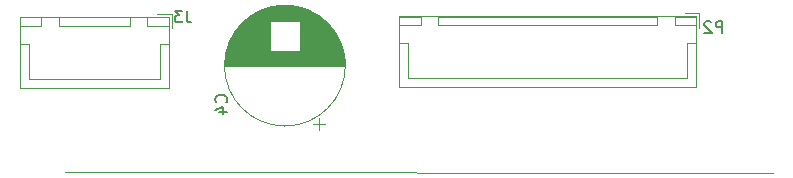
<source format=gbr>
%TF.GenerationSoftware,KiCad,Pcbnew,(5.1.9)-1*%
%TF.CreationDate,2021-02-04T15:38:24+01:00*%
%TF.ProjectId,Spotwelderix,53706f74-7765-46c6-9465-7269782e6b69,v01*%
%TF.SameCoordinates,Original*%
%TF.FileFunction,Legend,Bot*%
%TF.FilePolarity,Positive*%
%FSLAX46Y46*%
G04 Gerber Fmt 4.6, Leading zero omitted, Abs format (unit mm)*
G04 Created by KiCad (PCBNEW (5.1.9)-1) date 2021-02-04 15:38:24*
%MOMM*%
%LPD*%
G01*
G04 APERTURE LIST*
%ADD10C,0.120000*%
%ADD11C,0.150000*%
G04 APERTURE END LIST*
D10*
X211450000Y-80600000D02*
X271400000Y-80650000D01*
%TO.C,P2*%
X265150000Y-67100000D02*
X265150000Y-68350000D01*
X263900000Y-67100000D02*
X265150000Y-67100000D01*
X240500000Y-72600000D02*
X252300000Y-72600000D01*
X240500000Y-69650000D02*
X240500000Y-72600000D01*
X239750000Y-69650000D02*
X240500000Y-69650000D01*
X264100000Y-72600000D02*
X252300000Y-72600000D01*
X264100000Y-69650000D02*
X264100000Y-72600000D01*
X264850000Y-69650000D02*
X264100000Y-69650000D01*
X239750000Y-67400000D02*
X241550000Y-67400000D01*
X239750000Y-68150000D02*
X239750000Y-67400000D01*
X241550000Y-68150000D02*
X239750000Y-68150000D01*
X241550000Y-67400000D02*
X241550000Y-68150000D01*
X263050000Y-67400000D02*
X264850000Y-67400000D01*
X263050000Y-68150000D02*
X263050000Y-67400000D01*
X264850000Y-68150000D02*
X263050000Y-68150000D01*
X264850000Y-67400000D02*
X264850000Y-68150000D01*
X243050000Y-67400000D02*
X261550000Y-67400000D01*
X243050000Y-68150000D02*
X243050000Y-67400000D01*
X261550000Y-68150000D02*
X243050000Y-68150000D01*
X261550000Y-67400000D02*
X261550000Y-68150000D01*
X239740000Y-67390000D02*
X264860000Y-67390000D01*
X239740000Y-73360000D02*
X239740000Y-67390000D01*
X264860000Y-73360000D02*
X239740000Y-73360000D01*
X264860000Y-67390000D02*
X264860000Y-73360000D01*
%TO.C,J3*%
X220500000Y-67150000D02*
X220500000Y-68400000D01*
X219250000Y-67150000D02*
X220500000Y-67150000D01*
X208350000Y-72650000D02*
X213900000Y-72650000D01*
X208350000Y-69700000D02*
X208350000Y-72650000D01*
X207600000Y-69700000D02*
X208350000Y-69700000D01*
X219450000Y-72650000D02*
X213900000Y-72650000D01*
X219450000Y-69700000D02*
X219450000Y-72650000D01*
X220200000Y-69700000D02*
X219450000Y-69700000D01*
X207600000Y-67450000D02*
X209400000Y-67450000D01*
X207600000Y-68200000D02*
X207600000Y-67450000D01*
X209400000Y-68200000D02*
X207600000Y-68200000D01*
X209400000Y-67450000D02*
X209400000Y-68200000D01*
X218400000Y-67450000D02*
X220200000Y-67450000D01*
X218400000Y-68200000D02*
X218400000Y-67450000D01*
X220200000Y-68200000D02*
X218400000Y-68200000D01*
X220200000Y-67450000D02*
X220200000Y-68200000D01*
X210900000Y-67450000D02*
X216900000Y-67450000D01*
X210900000Y-68200000D02*
X210900000Y-67450000D01*
X216900000Y-68200000D02*
X210900000Y-68200000D01*
X216900000Y-67450000D02*
X216900000Y-68200000D01*
X207590000Y-67440000D02*
X220210000Y-67440000D01*
X207590000Y-73410000D02*
X207590000Y-67440000D01*
X220210000Y-73410000D02*
X207590000Y-73410000D01*
X220210000Y-67440000D02*
X220210000Y-73410000D01*
%TO.C,C4*%
X235170000Y-71550000D02*
G75*
G03*
X235170000Y-71550000I-5120000J0D01*
G01*
X235130000Y-71550000D02*
X224970000Y-71550000D01*
X235130000Y-71510000D02*
X224970000Y-71510000D01*
X235130000Y-71470000D02*
X224970000Y-71470000D01*
X235129000Y-71430000D02*
X224971000Y-71430000D01*
X235128000Y-71390000D02*
X224972000Y-71390000D01*
X235127000Y-71350000D02*
X224973000Y-71350000D01*
X235125000Y-71310000D02*
X224975000Y-71310000D01*
X235123000Y-71270000D02*
X224977000Y-71270000D01*
X235120000Y-71230000D02*
X224980000Y-71230000D01*
X235118000Y-71190000D02*
X224982000Y-71190000D01*
X235115000Y-71150000D02*
X224985000Y-71150000D01*
X235112000Y-71110000D02*
X224988000Y-71110000D01*
X235108000Y-71070000D02*
X224992000Y-71070000D01*
X235104000Y-71030000D02*
X224996000Y-71030000D01*
X235100000Y-70990000D02*
X225000000Y-70990000D01*
X235095000Y-70950000D02*
X225005000Y-70950000D01*
X235090000Y-70910000D02*
X225010000Y-70910000D01*
X235085000Y-70870000D02*
X225015000Y-70870000D01*
X235080000Y-70829000D02*
X225020000Y-70829000D01*
X235074000Y-70789000D02*
X225026000Y-70789000D01*
X235068000Y-70749000D02*
X225032000Y-70749000D01*
X235061000Y-70709000D02*
X225039000Y-70709000D01*
X235054000Y-70669000D02*
X225046000Y-70669000D01*
X235047000Y-70629000D02*
X225053000Y-70629000D01*
X235040000Y-70589000D02*
X225060000Y-70589000D01*
X235032000Y-70549000D02*
X225068000Y-70549000D01*
X235024000Y-70509000D02*
X225076000Y-70509000D01*
X235015000Y-70469000D02*
X225085000Y-70469000D01*
X235006000Y-70429000D02*
X225094000Y-70429000D01*
X234997000Y-70389000D02*
X225103000Y-70389000D01*
X234988000Y-70349000D02*
X225112000Y-70349000D01*
X234978000Y-70309000D02*
X225122000Y-70309000D01*
X234968000Y-70269000D02*
X231291000Y-70269000D01*
X228809000Y-70269000D02*
X225132000Y-70269000D01*
X234957000Y-70229000D02*
X231291000Y-70229000D01*
X228809000Y-70229000D02*
X225143000Y-70229000D01*
X234947000Y-70189000D02*
X231291000Y-70189000D01*
X228809000Y-70189000D02*
X225153000Y-70189000D01*
X234935000Y-70149000D02*
X231291000Y-70149000D01*
X228809000Y-70149000D02*
X225165000Y-70149000D01*
X234924000Y-70109000D02*
X231291000Y-70109000D01*
X228809000Y-70109000D02*
X225176000Y-70109000D01*
X234912000Y-70069000D02*
X231291000Y-70069000D01*
X228809000Y-70069000D02*
X225188000Y-70069000D01*
X234900000Y-70029000D02*
X231291000Y-70029000D01*
X228809000Y-70029000D02*
X225200000Y-70029000D01*
X234887000Y-69989000D02*
X231291000Y-69989000D01*
X228809000Y-69989000D02*
X225213000Y-69989000D01*
X234874000Y-69949000D02*
X231291000Y-69949000D01*
X228809000Y-69949000D02*
X225226000Y-69949000D01*
X234861000Y-69909000D02*
X231291000Y-69909000D01*
X228809000Y-69909000D02*
X225239000Y-69909000D01*
X234847000Y-69869000D02*
X231291000Y-69869000D01*
X228809000Y-69869000D02*
X225253000Y-69869000D01*
X234833000Y-69829000D02*
X231291000Y-69829000D01*
X228809000Y-69829000D02*
X225267000Y-69829000D01*
X234818000Y-69789000D02*
X231291000Y-69789000D01*
X228809000Y-69789000D02*
X225282000Y-69789000D01*
X234804000Y-69749000D02*
X231291000Y-69749000D01*
X228809000Y-69749000D02*
X225296000Y-69749000D01*
X234788000Y-69709000D02*
X231291000Y-69709000D01*
X228809000Y-69709000D02*
X225312000Y-69709000D01*
X234773000Y-69669000D02*
X231291000Y-69669000D01*
X228809000Y-69669000D02*
X225327000Y-69669000D01*
X234757000Y-69629000D02*
X231291000Y-69629000D01*
X228809000Y-69629000D02*
X225343000Y-69629000D01*
X234740000Y-69589000D02*
X231291000Y-69589000D01*
X228809000Y-69589000D02*
X225360000Y-69589000D01*
X234724000Y-69549000D02*
X231291000Y-69549000D01*
X228809000Y-69549000D02*
X225376000Y-69549000D01*
X234707000Y-69509000D02*
X231291000Y-69509000D01*
X228809000Y-69509000D02*
X225393000Y-69509000D01*
X234689000Y-69469000D02*
X231291000Y-69469000D01*
X228809000Y-69469000D02*
X225411000Y-69469000D01*
X234671000Y-69429000D02*
X231291000Y-69429000D01*
X228809000Y-69429000D02*
X225429000Y-69429000D01*
X234653000Y-69389000D02*
X231291000Y-69389000D01*
X228809000Y-69389000D02*
X225447000Y-69389000D01*
X234634000Y-69349000D02*
X231291000Y-69349000D01*
X228809000Y-69349000D02*
X225466000Y-69349000D01*
X234614000Y-69309000D02*
X231291000Y-69309000D01*
X228809000Y-69309000D02*
X225486000Y-69309000D01*
X234595000Y-69269000D02*
X231291000Y-69269000D01*
X228809000Y-69269000D02*
X225505000Y-69269000D01*
X234575000Y-69229000D02*
X231291000Y-69229000D01*
X228809000Y-69229000D02*
X225525000Y-69229000D01*
X234554000Y-69189000D02*
X231291000Y-69189000D01*
X228809000Y-69189000D02*
X225546000Y-69189000D01*
X234533000Y-69149000D02*
X231291000Y-69149000D01*
X228809000Y-69149000D02*
X225567000Y-69149000D01*
X234512000Y-69109000D02*
X231291000Y-69109000D01*
X228809000Y-69109000D02*
X225588000Y-69109000D01*
X234490000Y-69069000D02*
X231291000Y-69069000D01*
X228809000Y-69069000D02*
X225610000Y-69069000D01*
X234467000Y-69029000D02*
X231291000Y-69029000D01*
X228809000Y-69029000D02*
X225633000Y-69029000D01*
X234445000Y-68989000D02*
X231291000Y-68989000D01*
X228809000Y-68989000D02*
X225655000Y-68989000D01*
X234421000Y-68949000D02*
X231291000Y-68949000D01*
X228809000Y-68949000D02*
X225679000Y-68949000D01*
X234397000Y-68909000D02*
X231291000Y-68909000D01*
X228809000Y-68909000D02*
X225703000Y-68909000D01*
X234373000Y-68869000D02*
X231291000Y-68869000D01*
X228809000Y-68869000D02*
X225727000Y-68869000D01*
X234348000Y-68829000D02*
X231291000Y-68829000D01*
X228809000Y-68829000D02*
X225752000Y-68829000D01*
X234323000Y-68789000D02*
X231291000Y-68789000D01*
X228809000Y-68789000D02*
X225777000Y-68789000D01*
X234297000Y-68749000D02*
X231291000Y-68749000D01*
X228809000Y-68749000D02*
X225803000Y-68749000D01*
X234271000Y-68709000D02*
X231291000Y-68709000D01*
X228809000Y-68709000D02*
X225829000Y-68709000D01*
X234244000Y-68669000D02*
X231291000Y-68669000D01*
X228809000Y-68669000D02*
X225856000Y-68669000D01*
X234216000Y-68629000D02*
X231291000Y-68629000D01*
X228809000Y-68629000D02*
X225884000Y-68629000D01*
X234188000Y-68589000D02*
X231291000Y-68589000D01*
X228809000Y-68589000D02*
X225912000Y-68589000D01*
X234160000Y-68549000D02*
X231291000Y-68549000D01*
X228809000Y-68549000D02*
X225940000Y-68549000D01*
X234130000Y-68509000D02*
X231291000Y-68509000D01*
X228809000Y-68509000D02*
X225970000Y-68509000D01*
X234100000Y-68469000D02*
X231291000Y-68469000D01*
X228809000Y-68469000D02*
X226000000Y-68469000D01*
X234070000Y-68429000D02*
X231291000Y-68429000D01*
X228809000Y-68429000D02*
X226030000Y-68429000D01*
X234039000Y-68389000D02*
X231291000Y-68389000D01*
X228809000Y-68389000D02*
X226061000Y-68389000D01*
X234007000Y-68349000D02*
X231291000Y-68349000D01*
X228809000Y-68349000D02*
X226093000Y-68349000D01*
X233975000Y-68309000D02*
X231291000Y-68309000D01*
X228809000Y-68309000D02*
X226125000Y-68309000D01*
X233942000Y-68269000D02*
X231291000Y-68269000D01*
X228809000Y-68269000D02*
X226158000Y-68269000D01*
X233908000Y-68229000D02*
X231291000Y-68229000D01*
X228809000Y-68229000D02*
X226192000Y-68229000D01*
X233874000Y-68189000D02*
X231291000Y-68189000D01*
X228809000Y-68189000D02*
X226226000Y-68189000D01*
X233839000Y-68149000D02*
X231291000Y-68149000D01*
X228809000Y-68149000D02*
X226261000Y-68149000D01*
X233803000Y-68109000D02*
X231291000Y-68109000D01*
X228809000Y-68109000D02*
X226297000Y-68109000D01*
X233766000Y-68069000D02*
X231291000Y-68069000D01*
X228809000Y-68069000D02*
X226334000Y-68069000D01*
X233729000Y-68029000D02*
X231291000Y-68029000D01*
X228809000Y-68029000D02*
X226371000Y-68029000D01*
X233690000Y-67989000D02*
X231291000Y-67989000D01*
X228809000Y-67989000D02*
X226410000Y-67989000D01*
X233651000Y-67949000D02*
X231291000Y-67949000D01*
X228809000Y-67949000D02*
X226449000Y-67949000D01*
X233611000Y-67909000D02*
X231291000Y-67909000D01*
X228809000Y-67909000D02*
X226489000Y-67909000D01*
X233570000Y-67869000D02*
X231291000Y-67869000D01*
X228809000Y-67869000D02*
X226530000Y-67869000D01*
X233528000Y-67829000D02*
X231291000Y-67829000D01*
X228809000Y-67829000D02*
X226572000Y-67829000D01*
X233486000Y-67789000D02*
X226614000Y-67789000D01*
X233442000Y-67749000D02*
X226658000Y-67749000D01*
X233397000Y-67709000D02*
X226703000Y-67709000D01*
X233351000Y-67669000D02*
X226749000Y-67669000D01*
X233304000Y-67629000D02*
X226796000Y-67629000D01*
X233256000Y-67589000D02*
X226844000Y-67589000D01*
X233206000Y-67549000D02*
X226894000Y-67549000D01*
X233156000Y-67509000D02*
X226944000Y-67509000D01*
X233104000Y-67469000D02*
X226996000Y-67469000D01*
X233050000Y-67429000D02*
X227050000Y-67429000D01*
X232995000Y-67389000D02*
X227105000Y-67389000D01*
X232939000Y-67349000D02*
X227161000Y-67349000D01*
X232880000Y-67309000D02*
X227220000Y-67309000D01*
X232820000Y-67269000D02*
X227280000Y-67269000D01*
X232759000Y-67229000D02*
X227341000Y-67229000D01*
X232695000Y-67189000D02*
X227405000Y-67189000D01*
X232629000Y-67149000D02*
X227471000Y-67149000D01*
X232560000Y-67109000D02*
X227540000Y-67109000D01*
X232489000Y-67069000D02*
X227611000Y-67069000D01*
X232415000Y-67029000D02*
X227685000Y-67029000D01*
X232339000Y-66989000D02*
X227761000Y-66989000D01*
X232259000Y-66949000D02*
X227841000Y-66949000D01*
X232175000Y-66909000D02*
X227925000Y-66909000D01*
X232087000Y-66869000D02*
X228013000Y-66869000D01*
X231994000Y-66829000D02*
X228106000Y-66829000D01*
X231896000Y-66789000D02*
X228204000Y-66789000D01*
X231792000Y-66749000D02*
X228308000Y-66749000D01*
X231680000Y-66709000D02*
X228420000Y-66709000D01*
X231560000Y-66669000D02*
X228540000Y-66669000D01*
X231428000Y-66629000D02*
X228672000Y-66629000D01*
X231280000Y-66589000D02*
X228820000Y-66589000D01*
X231112000Y-66549000D02*
X228988000Y-66549000D01*
X230912000Y-66509000D02*
X229188000Y-66509000D01*
X230649000Y-66469000D02*
X229451000Y-66469000D01*
X232925000Y-77029646D02*
X232925000Y-76029646D01*
X233425000Y-76529646D02*
X232425000Y-76529646D01*
%TO.C,P2*%
D11*
X267088095Y-68802380D02*
X267088095Y-67802380D01*
X266707142Y-67802380D01*
X266611904Y-67850000D01*
X266564285Y-67897619D01*
X266516666Y-67992857D01*
X266516666Y-68135714D01*
X266564285Y-68230952D01*
X266611904Y-68278571D01*
X266707142Y-68326190D01*
X267088095Y-68326190D01*
X266135714Y-67897619D02*
X266088095Y-67850000D01*
X265992857Y-67802380D01*
X265754761Y-67802380D01*
X265659523Y-67850000D01*
X265611904Y-67897619D01*
X265564285Y-67992857D01*
X265564285Y-68088095D01*
X265611904Y-68230952D01*
X266183333Y-68802380D01*
X265564285Y-68802380D01*
%TO.C,J3*%
X221733333Y-66902380D02*
X221733333Y-67616666D01*
X221780952Y-67759523D01*
X221876190Y-67854761D01*
X222019047Y-67902380D01*
X222114285Y-67902380D01*
X221352380Y-66902380D02*
X220733333Y-66902380D01*
X221066666Y-67283333D01*
X220923809Y-67283333D01*
X220828571Y-67330952D01*
X220780952Y-67378571D01*
X220733333Y-67473809D01*
X220733333Y-67711904D01*
X220780952Y-67807142D01*
X220828571Y-67854761D01*
X220923809Y-67902380D01*
X221209523Y-67902380D01*
X221304761Y-67854761D01*
X221352380Y-67807142D01*
%TO.C,C4*%
X225065142Y-74653333D02*
X225112761Y-74605714D01*
X225160380Y-74462857D01*
X225160380Y-74367619D01*
X225112761Y-74224761D01*
X225017523Y-74129523D01*
X224922285Y-74081904D01*
X224731809Y-74034285D01*
X224588952Y-74034285D01*
X224398476Y-74081904D01*
X224303238Y-74129523D01*
X224208000Y-74224761D01*
X224160380Y-74367619D01*
X224160380Y-74462857D01*
X224208000Y-74605714D01*
X224255619Y-74653333D01*
X224493714Y-75510476D02*
X225160380Y-75510476D01*
X224112761Y-75272380D02*
X224827047Y-75034285D01*
X224827047Y-75653333D01*
%TD*%
M02*

</source>
